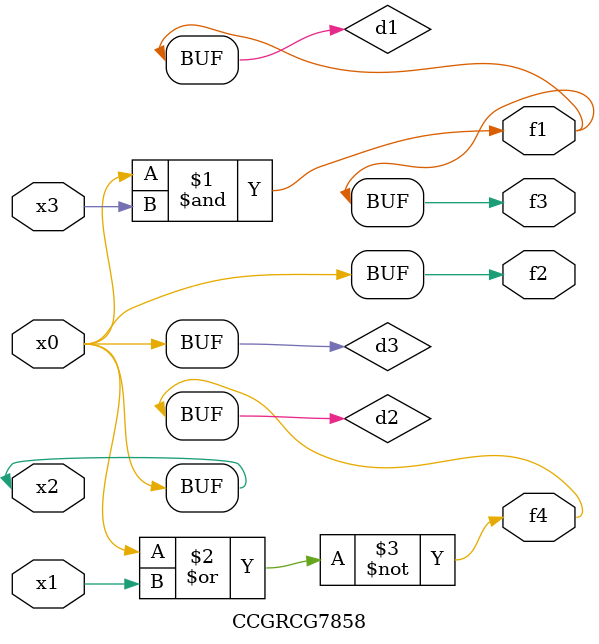
<source format=v>
module CCGRCG7858(
	input x0, x1, x2, x3,
	output f1, f2, f3, f4
);

	wire d1, d2, d3;

	and (d1, x2, x3);
	nor (d2, x0, x1);
	buf (d3, x0, x2);
	assign f1 = d1;
	assign f2 = d3;
	assign f3 = d1;
	assign f4 = d2;
endmodule

</source>
